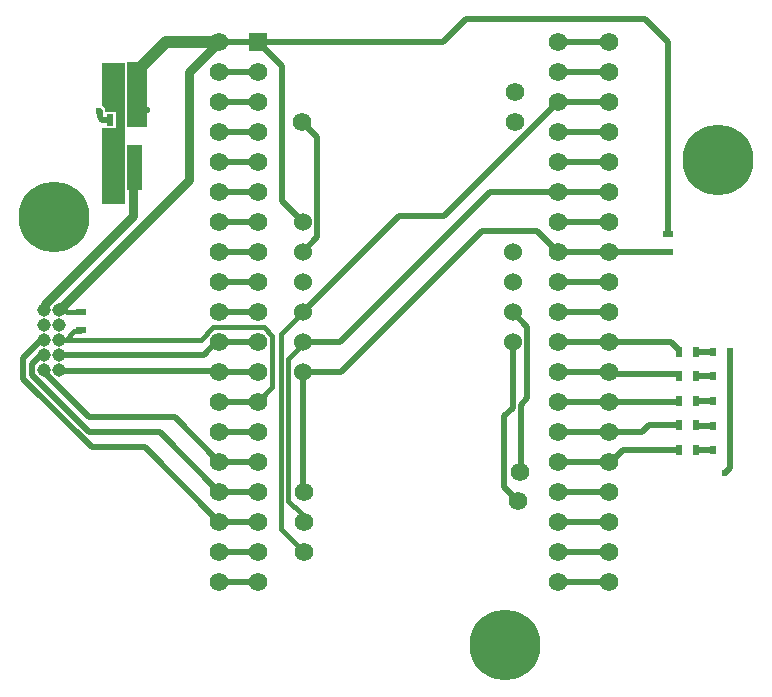
<source format=gtl>
G04*
G04 #@! TF.GenerationSoftware,Altium Limited,Altium Designer,21.2.0 (30)*
G04*
G04 Layer_Physical_Order=1*
G04 Layer_Color=255*
%FSLAX25Y25*%
%MOIN*%
G70*
G04*
G04 #@! TF.SameCoordinates,B96C5F5D-6F64-4CBB-A979-4CA2DAF74F4E*
G04*
G04*
G04 #@! TF.FilePolarity,Positive*
G04*
G01*
G75*
%ADD14R,0.03543X0.02362*%
%ADD15R,0.02362X0.03150*%
%ADD16R,0.02362X0.03543*%
%ADD17R,0.02000X0.03928*%
%ADD18R,0.03543X0.05118*%
%ADD31C,0.01968*%
%ADD32C,0.01575*%
%ADD33C,0.03150*%
%ADD34C,0.03937*%
%ADD35C,0.06142*%
%ADD36C,0.06000*%
%ADD37R,0.06142X0.06142*%
%ADD38C,0.04500*%
%ADD39C,0.23622*%
%ADD40C,0.03937*%
%ADD41C,0.02362*%
G36*
X296752Y455807D02*
X290256D01*
Y477165D01*
X296752D01*
Y455807D01*
D02*
G37*
G36*
X289440D02*
X289469Y455665D01*
Y442865D01*
X289428D01*
Y436147D01*
X289469D01*
Y430020D01*
X281791D01*
Y455217D01*
X282720D01*
Y455200D01*
X286320D01*
Y455217D01*
X286417D01*
X286417Y460000D01*
X286320D01*
Y460728D01*
X282887D01*
X282887Y460728D01*
Y461516D01*
X282585Y462244D01*
X282028Y462802D01*
X281890Y462859D01*
X281890Y477067D01*
X289440D01*
Y455807D01*
D02*
G37*
G36*
X295079Y434547D02*
X290284D01*
Y436147D01*
X290244Y436348D01*
Y442663D01*
X290284Y442865D01*
Y449508D01*
X295079D01*
Y434547D01*
D02*
G37*
D14*
X470600Y420053D02*
D03*
Y414147D02*
D03*
X274803Y393996D02*
D03*
Y388090D02*
D03*
D15*
X491155Y364342D02*
D03*
X485446D02*
D03*
X491155Y372559D02*
D03*
X485446D02*
D03*
X491155Y347908D02*
D03*
X485446D02*
D03*
X491155Y356125D02*
D03*
X485446D02*
D03*
X491155Y380776D02*
D03*
X485446D02*
D03*
D16*
X474016Y380803D02*
D03*
X479921D02*
D03*
X474016Y347936D02*
D03*
X479921D02*
D03*
X474016Y356153D02*
D03*
X479921D02*
D03*
X474016Y372586D02*
D03*
X479921D02*
D03*
X474016Y364370D02*
D03*
X479921D02*
D03*
D17*
X292000Y447136D02*
D03*
X284520D02*
D03*
Y457964D02*
D03*
X288260D02*
D03*
X292000D02*
D03*
D18*
Y439506D02*
D03*
X284520D02*
D03*
X286417Y467323D02*
D03*
X293898D02*
D03*
D31*
X470400Y420250D02*
X470597Y420053D01*
X470400Y420250D02*
Y484100D01*
X470597Y420053D02*
X470600D01*
X462815Y491685D02*
X470400Y484100D01*
X470453Y414000D02*
X470600Y414147D01*
X450952Y414000D02*
X470453D01*
X348829Y334000D02*
Y373829D01*
X333658Y384000D02*
X334000D01*
X320952D02*
X333658D01*
Y374000D02*
X334000D01*
X320952D02*
X333658D01*
Y344000D02*
X334000D01*
X320952D02*
X333658D01*
Y334000D02*
X334000D01*
X320952D02*
X333658D01*
Y324000D02*
X334000D01*
X320952D02*
X333658D01*
X434000Y474000D02*
X450952D01*
X434000Y464000D02*
X450952D01*
X320952Y474000D02*
X334000D01*
X434000Y454000D02*
X450952D01*
X320952Y464000D02*
X334000D01*
X434000Y444000D02*
X450952D01*
X320952Y454000D02*
X334000D01*
X434000Y434000D02*
X450952D01*
X320952Y444000D02*
X334000D01*
X320952Y434000D02*
X334000D01*
X434000Y414000D02*
X450952D01*
X320952Y424000D02*
X334000D01*
X434000Y404000D02*
X450952D01*
X320952Y414000D02*
X334000D01*
X434000Y394000D02*
X450952D01*
X320952Y404000D02*
X334000D01*
X434000Y384000D02*
X450952D01*
X320952Y394000D02*
X334000D01*
X434000Y374000D02*
X450952D01*
X434000Y364000D02*
X450952D01*
X434000Y354000D02*
X450952D01*
X434000Y344000D02*
X450952D01*
X434000Y334000D02*
X450952D01*
X434000Y324000D02*
X450952D01*
X434000Y314000D02*
X450952D01*
X434000Y304000D02*
X450952D01*
X320952Y314000D02*
X334000D01*
X320952Y304000D02*
X334000D01*
X320952Y484000D02*
X333658D01*
X434000D02*
X450952D01*
X434000Y424000D02*
X450952D01*
X320952Y354000D02*
X334000D01*
X267618Y379744D02*
X315720D01*
X319976Y384000D02*
X320952D01*
X315720Y379744D02*
X319976Y384000D01*
X349000Y314000D02*
X350556Y312444D01*
X349000Y314000D02*
X349000D01*
X320952Y364000D02*
X333658D01*
X267990Y374372D02*
X320580D01*
X320952Y374000D01*
X267618Y374744D02*
X267990Y374372D01*
X277499Y358898D02*
X306054D01*
X262618Y374744D02*
X263103Y374260D01*
X306054Y358898D02*
X320952Y344000D01*
X263103Y373294D02*
X277499Y358898D01*
X263103Y373294D02*
Y374260D01*
X278328Y348898D02*
X296054D01*
X262134Y379260D02*
X262618Y379744D01*
X261168Y379260D02*
X262134D01*
X258400Y376491D02*
X261168Y379260D01*
X258400Y372997D02*
Y376491D01*
Y372997D02*
X277499Y353898D01*
X301054D01*
X320952Y334000D01*
X255451Y371775D02*
X278328Y348898D01*
X255451Y371775D02*
Y378543D01*
X260871Y383963D01*
X261152D01*
X261933Y384744D01*
X262618D01*
X296054Y348898D02*
X320952Y324000D01*
X280906Y461122D02*
X280981Y461047D01*
Y458845D02*
X281862Y457964D01*
X284520D01*
X280981Y458845D02*
Y461047D01*
X489441Y340191D02*
X491155Y341905D01*
Y347908D01*
Y372559D02*
Y380776D01*
Y364342D02*
Y372559D01*
Y356125D02*
Y364342D01*
Y347908D02*
Y356125D01*
X479935Y347922D02*
X485432D01*
X485446Y347908D01*
X479921Y347936D02*
X479935Y347922D01*
X479921Y356153D02*
X479935Y356139D01*
X485432D01*
X485446Y356125D01*
X479935Y364356D02*
X485432D01*
X479921Y364370D02*
X479935Y364356D01*
X485432D02*
X485446Y364342D01*
X479935Y372573D02*
X485432D01*
X485446Y372559D01*
X479921Y372586D02*
X479935Y372573D01*
X485432Y380789D02*
X485446Y380776D01*
X479921Y380803D02*
X479935Y380789D01*
X485432D01*
X471410Y384000D02*
X474016Y381394D01*
Y380803D02*
Y381394D01*
X450952Y384000D02*
X471410D01*
X451659Y373293D02*
X473819D01*
X450952Y374000D02*
X451659Y373293D01*
X473819D02*
X474016Y373096D01*
Y372586D02*
Y373096D01*
X473819Y364000D02*
X474016Y364197D01*
Y364370D01*
X450952Y364000D02*
X473819D01*
X461874Y354000D02*
X464026Y356153D01*
X474016D01*
X450952Y354000D02*
X461874D01*
X455535Y347936D02*
X474016D01*
X450952Y344000D02*
X451599D01*
X455535Y347936D01*
X380793Y426136D02*
X395793D01*
X433658Y464000D01*
X348657Y394000D02*
X380793Y426136D01*
X361000Y384000D02*
X411000Y434000D01*
X348657Y384000D02*
X361000D01*
X411000Y434000D02*
X433658D01*
X348657Y374000D02*
X361374D01*
X408374Y421000D01*
X426657D02*
X433658Y414000D01*
X408374Y421000D02*
X426657D01*
X348657Y374000D02*
X348829Y373829D01*
X418657Y362009D02*
Y384000D01*
X415961Y359312D02*
X418657Y362009D01*
X415961Y335539D02*
Y359312D01*
Y335539D02*
X420500Y331000D01*
X418657Y394000D02*
X423626Y389032D01*
Y365157D02*
Y389032D01*
X421606Y341106D02*
Y363137D01*
X423626Y365157D01*
X421000Y340500D02*
X421606Y341106D01*
X348614Y457236D02*
X353626Y452224D01*
Y418968D02*
Y452224D01*
X348657Y414000D02*
X353626Y418968D01*
X403122Y491685D02*
X462815D01*
X395437Y484000D02*
X403122Y491685D01*
X333658Y484000D02*
X395437D01*
X341815Y430842D02*
X348657Y424000D01*
X341815Y430842D02*
Y475842D01*
X333658Y484000D02*
X341815Y475842D01*
D32*
X268178Y394184D02*
X269819D01*
X270003Y394000D02*
X274799D01*
X274803Y393996D01*
X269819Y394184D02*
X270003Y394000D01*
X267618Y394744D02*
X268178Y394184D01*
X269685Y384744D02*
X272638Y387697D01*
X269685Y384744D02*
X314847D01*
X272638Y387697D02*
X274410D01*
X267618Y384744D02*
X269685D01*
X274410Y387697D02*
X274803Y388090D01*
X318946Y388843D02*
X335663D01*
X314847Y384744D02*
X318946Y388843D01*
X335663D02*
X338500Y386006D01*
Y368843D02*
Y386006D01*
X333658Y364000D02*
X338500Y368843D01*
X341331Y386673D02*
X348657Y394000D01*
X341331Y321669D02*
Y386673D01*
X348657Y383214D02*
Y384000D01*
X343886Y331108D02*
Y378442D01*
X348657Y383214D01*
X341331Y321669D02*
X349000Y314000D01*
X343886Y331108D02*
X348126Y326867D01*
Y324874D02*
Y326867D01*
Y324874D02*
X349000Y324000D01*
D33*
X267618Y394744D02*
X310771Y437897D01*
Y473819D01*
X292000Y425927D02*
Y439506D01*
X262809Y396736D02*
X292000Y425927D01*
X262618Y394744D02*
X262809Y394935D01*
Y396736D01*
X310771Y473819D02*
X320952Y484000D01*
D34*
X294094Y474902D02*
X303193Y484000D01*
X320952D01*
D35*
X349000Y314000D02*
D03*
Y324000D02*
D03*
Y334000D02*
D03*
X320952Y304000D02*
D03*
Y314000D02*
D03*
X450952Y304000D02*
D03*
X320952Y324000D02*
D03*
X450952Y314000D02*
D03*
X320952Y334000D02*
D03*
X450952Y324000D02*
D03*
X320952Y344000D02*
D03*
X450952Y334000D02*
D03*
X320952Y354000D02*
D03*
X450952Y344000D02*
D03*
X320952Y364000D02*
D03*
X450952Y354000D02*
D03*
X320952Y374000D02*
D03*
X450952Y364000D02*
D03*
X320952Y384000D02*
D03*
X450952Y374000D02*
D03*
X320952Y394000D02*
D03*
X450952Y384000D02*
D03*
X320952Y404000D02*
D03*
X450952Y394000D02*
D03*
X320952Y414000D02*
D03*
X450952Y404000D02*
D03*
X320952Y424000D02*
D03*
X450952Y414000D02*
D03*
X320952Y434000D02*
D03*
X450952Y424000D02*
D03*
X320952Y444000D02*
D03*
X450952Y434000D02*
D03*
X320952Y454000D02*
D03*
X450952Y444000D02*
D03*
X320952Y464000D02*
D03*
X450952Y454000D02*
D03*
X320952Y474000D02*
D03*
X450952Y464000D02*
D03*
X320952Y484000D02*
D03*
X450952D02*
D03*
Y474000D02*
D03*
X433658Y424000D02*
D03*
Y484000D02*
D03*
X333658Y324000D02*
D03*
Y334000D02*
D03*
Y344000D02*
D03*
Y354000D02*
D03*
Y364000D02*
D03*
Y374000D02*
D03*
Y384000D02*
D03*
Y304000D02*
D03*
Y314000D02*
D03*
X433658Y304000D02*
D03*
Y314000D02*
D03*
Y324000D02*
D03*
Y334000D02*
D03*
Y344000D02*
D03*
Y354000D02*
D03*
Y364000D02*
D03*
Y374000D02*
D03*
X333658Y394000D02*
D03*
X433658Y384000D02*
D03*
X333658Y404000D02*
D03*
X433658Y394000D02*
D03*
X333658Y414000D02*
D03*
X433658Y404000D02*
D03*
X333658Y424000D02*
D03*
X433658Y414000D02*
D03*
X333658Y434000D02*
D03*
Y444000D02*
D03*
X433658Y434000D02*
D03*
X333658Y454000D02*
D03*
X433658Y444000D02*
D03*
X333658Y464000D02*
D03*
X433658Y454000D02*
D03*
X333658Y474000D02*
D03*
X433658Y464000D02*
D03*
Y474000D02*
D03*
X420500Y331000D02*
D03*
X421000Y340500D02*
D03*
X348614Y457236D02*
D03*
X419614D02*
D03*
Y467236D02*
D03*
D36*
X348657Y404000D02*
D03*
Y424000D02*
D03*
X418657Y414000D02*
D03*
Y404000D02*
D03*
X348657Y414000D02*
D03*
X418657Y394000D02*
D03*
Y384000D02*
D03*
X348657Y374000D02*
D03*
Y384000D02*
D03*
Y394000D02*
D03*
D37*
X333658Y484000D02*
D03*
D38*
X262618Y394744D02*
D03*
Y374744D02*
D03*
X267618D02*
D03*
X262618Y379744D02*
D03*
X267618D02*
D03*
X262618Y384744D02*
D03*
X267618D02*
D03*
X262618Y389744D02*
D03*
X267618D02*
D03*
Y394744D02*
D03*
D39*
X416000Y283000D02*
D03*
X265748Y425689D02*
D03*
X487106Y444783D02*
D03*
D40*
X285138Y432776D02*
D03*
X285039Y473425D02*
D03*
D41*
X280906Y461122D02*
D03*
X296654Y461319D02*
D03*
X489441Y340191D02*
D03*
M02*

</source>
